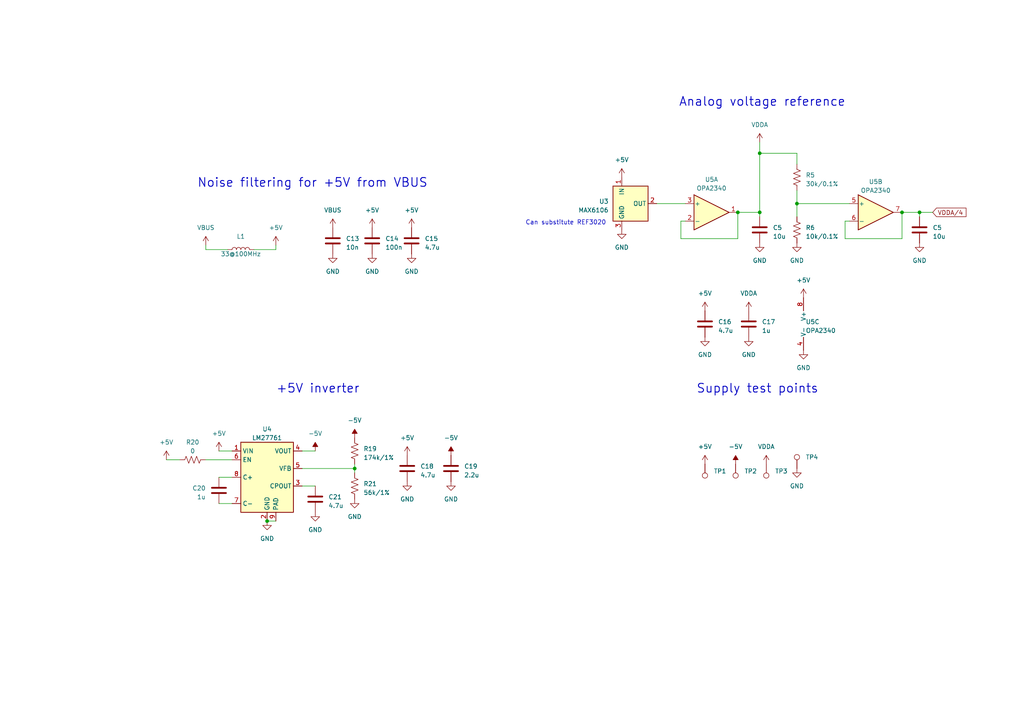
<source format=kicad_sch>
(kicad_sch (version 20230121) (generator eeschema)
  (paper "A4")
  (title_block (title "DSP PAW add-on board") (date "2023-09-04") (rev "2") (company "bitgloo") (comment 1 "Released under the CERN Open Hardware Licence Version 2 - Strongly Reciprocal"))
  (lib_symbols
    (symbol "Amplifier_Operational:OPA2340" (pin_names (offset 0.127))
      (property "Reference" "U" (at 0 5.08 0))
      (property "Value" "OPA2340" (at 0 -5.08 0))
      (symbol "OPA2340_1_1"
        (polyline (pts (xy -5.08 5.08) (xy 5.08 0) (xy -5.08 -5.08) (xy -5.08 5.08)) (stroke (width 0.254)) (fill (type background)))
        (pin output line (at 7.62 0 180) (length 2.54) (name "~") (number "1"))
        (pin input line (at -7.62 -2.54 0) (length 2.54) (name "-") (number "2"))
        (pin input line (at -7.62 2.54 0) (length 2.54) (name "+") (number "3"))
      )
      (symbol "OPA2340_2_1"
        (polyline (pts (xy -5.08 5.08) (xy 5.08 0) (xy -5.08 -5.08) (xy -5.08 5.08)) (stroke (width 0.254)) (fill (type background)))
        (pin input line (at -7.62 2.54 0) (length 2.54) (name "+") (number "5"))
        (pin input line (at -7.62 -2.54 0) (length 2.54) (name "-") (number "6"))
        (pin output line (at 7.62 0 180) (length 2.54) (name "~") (number "7"))
      )
      (symbol "OPA2340_3_1"
        (pin power_in line (at -2.54 -7.62 90) (length 3.81) (name "V-") (number "4"))
        (pin power_in line (at -2.54 7.62 270) (length 3.81) (name "V+") (number "8"))
      )
    )
    (symbol "Connector:TestPoint" (pin_numbers hide) (pin_names (offset 0.762) hide)
      (property "Reference" "TP" (at 0 6.858 0))
      (property "Value" "TestPoint" (at 0 5.08 0))
      (symbol "TestPoint_0_1"
        (circle (center 0 3.302) (radius 0.762))
      )
      (symbol "TestPoint_1_1"
        (pin passive line (at 0 0 90) (length 2.54) (name "1") (number "1"))
      )
    )
    (symbol "Device:C" (pin_numbers hide) (pin_names (offset 0.254))
      (property "Reference" "C" (at 0.635 2.54 0))
      (property "Value" "C" (at 0.635 -2.54 0))
      (symbol "C_0_1"
        (polyline (pts (xy -2.032 -0.762) (xy 2.032 -0.762)) (stroke (width 0.508)))
        (polyline (pts (xy -2.032 0.762) (xy 2.032 0.762)) (stroke (width 0.508)))
      )
      (symbol "C_1_1"
        (pin passive line (at 0 3.81 270) (length 2.794) (name "~") (number "1"))
        (pin passive line (at 0 -3.81 90) (length 2.794) (name "~") (number "2"))
      )
    )
    (symbol "Device:L" (pin_numbers hide) (pin_names (offset 1.016) hide)
      (property "Reference" "L" (at -1.27 0 90))
      (property "Value" "L" (at 1.905 0 90))
      (symbol "L_0_1"
        (arc (start 0 -2.54) (mid 0.6323 -1.905) (end 0 -1.27))
        (arc (start 0 -1.27) (mid 0.6323 -0.635) (end 0 0))
        (arc (start 0 0) (mid 0.6323 0.635) (end 0 1.27))
        (arc (start 0 1.27) (mid 0.6323 1.905) (end 0 2.54))
      )
      (symbol "L_1_1"
        (pin passive line (at 0 3.81 270) (length 1.27) (name "1") (number "1"))
        (pin passive line (at 0 -3.81 90) (length 1.27) (name "2") (number "2"))
      )
    )
    (symbol "Device:R_US" (pin_numbers hide) (pin_names (offset 0))
      (property "Reference" "R" (at 2.54 0 90))
      (property "Value" "R_US" (at -2.54 0 90))
      (symbol "R_US_0_1"
        (polyline (pts (xy 0 -2.286) (xy 0 -2.54)))
        (polyline (pts (xy 0 2.286) (xy 0 2.54)))
        (polyline (pts (xy 0 -0.762) (xy 1.016 -1.143) (xy 0 -1.524) (xy -1.016 -1.905) (xy 0 -2.286)))
        (polyline (pts (xy 0 0.762) (xy 1.016 0.381) (xy 0 0) (xy -1.016 -0.381) (xy 0 -0.762)))
        (polyline (pts (xy 0 2.286) (xy 1.016 1.905) (xy 0 1.524) (xy -1.016 1.143) (xy 0 0.762)))
      )
      (symbol "R_US_1_1"
        (pin passive line (at 0 3.81 270) (length 1.27) (name "~") (number "1"))
        (pin passive line (at 0 -3.81 90) (length 1.27) (name "~") (number "2"))
      )
    )
    (symbol "Reference_Voltage:MAX6106"
      (property "Reference" "U" (at 0 6.35 0))
      (property "Value" "MAX6106" (at 2.54 -6.35 0))
      (symbol "MAX6106_0_1"
        (rectangle (start -5.08 5.08) (end 5.08 -5.08) (stroke (width 0.254)) (fill (type background)))
      )
      (symbol "MAX6106_1_1"
        (pin power_in line (at -2.54 7.62 270) (length 2.54) (name "IN") (number "1"))
        (pin power_out line (at 7.62 0 180) (length 2.54) (name "OUT") (number "2"))
        (pin power_in line (at -2.54 -7.62 90) (length 2.54) (name "GND") (number "3"))
      )
    )
    (symbol "Regulator_SwitchedCapacitor:LM27761"
      (property "Reference" "U" (at -6.35 11.43 0))
      (property "Value" "LM27761" (at 3.302 11.43 0))
      (symbol "LM27761_0_1"
        (rectangle (start -7.62 10.16) (end 7.62 -10.16) (stroke (width 0.254)) (fill (type background)))
      )
      (symbol "LM27761_1_1"
        (pin power_in line (at -10.16 7.62 0) (length 2.54) (name "VIN") (number "1"))
        (pin power_in line (at 0 -12.7 90) (length 2.54) (name "GND") (number "2"))
        (pin power_out line (at 10.16 -2.54 180) (length 2.54) (name "CPOUT") (number "3"))
        (pin power_out line (at 10.16 7.62 180) (length 2.54) (name "VOUT") (number "4"))
        (pin input line (at 10.16 2.54 180) (length 2.54) (name "VFB") (number "5"))
        (pin input line (at -10.16 5.08 0) (length 2.54) (name "EN") (number "6"))
        (pin passive line (at -10.16 -7.62 0) (length 2.54) (name "C-") (number "7"))
        (pin passive line (at -10.16 0 0) (length 2.54) (name "C+") (number "8"))
        (pin power_in line (at 2.54 -12.7 90) (length 2.54) (name "PAD") (number "9"))
      )
    )
    (symbol "power:+5V" (power) (pin_names (offset 0))
      (property "Value" "+5V" (at 0 3.556 0))
      (symbol "+5V_0_1"
        (polyline (pts (xy -0.762 1.27) (xy 0 2.54)))
        (polyline (pts (xy 0 0) (xy 0 2.54)))
        (polyline (pts (xy 0 2.54) (xy 0.762 1.27)))
      )
      (symbol "+5V_1_1"
        (pin power_in line (at 0 0 90) (length 0) hide (name "+5V") (number "1"))
      )
    )
    (symbol "power:-5V" (power) (pin_names (offset 0))
      (property "Value" "-5V" (at 0 3.81 0))
      (symbol "-5V_0_0"
        (pin power_in line (at 0 0 90) (length 0) hide (name "-5V") (number "1"))
      )
      (symbol "-5V_0_1"
        (polyline (pts (xy 0 0) (xy 0 1.27) (xy 0.762 1.27) (xy 0 2.54) (xy -0.762 1.27) (xy 0 1.27)) (fill (type outline)))
      )
    )
    (symbol "power:GND" (power) (pin_names (offset 0))
      (property "Value" "GND" (at 0 -3.81 0))
      (symbol "GND_0_1"
        (polyline (pts (xy 0 0) (xy 0 -1.27) (xy 1.27 -1.27) (xy 0 -2.54) (xy -1.27 -1.27) (xy 0 -1.27)))
      )
      (symbol "GND_1_1"
        (pin power_in line (at 0 0 270) (length 0) hide (name "GND") (number "1"))
      )
    )
    (symbol "power:VBUS" (power) (pin_names (offset 0))
      (property "Value" "VBUS" (at 0 3.81 0))
      (symbol "VBUS_0_1"
        (polyline (pts (xy -0.762 1.27) (xy 0 2.54)))
        (polyline (pts (xy 0 0) (xy 0 2.54)))
        (polyline (pts (xy 0 2.54) (xy 0.762 1.27)))
      )
      (symbol "VBUS_1_1"
        (pin power_in line (at 0 0 90) (length 0) hide (name "VBUS") (number "1"))
      )
    )
    (symbol "power:VDDA" (power) (pin_names (offset 0))
      (property "Value" "VDDA" (at 0 3.81 0))
      (symbol "VDDA_0_1"
        (polyline (pts (xy -0.762 1.27) (xy 0 2.54)))
        (polyline (pts (xy 0 0) (xy 0 2.54)))
        (polyline (pts (xy 0 2.54) (xy 0.762 1.27)))
      )
      (symbol "VDDA_1_1"
        (pin power_in line (at 0 0 90) (length 0) hide (name "VDDA") (number "1"))
      )
    )
  )
  (junction (at 266.7 61.595))
  (junction (at 102.87 135.89))
  (junction (at 261.62 61.595))
  (junction (at 220.345 44.45))
  (junction (at 213.995 61.595))
  (junction (at 231.14 59.055))
  (junction (at 220.345 61.595))
  (junction (at 77.47 151.13))
  (wire (pts (xy 245.11 64.135) (xy 245.11 69.215)))
  (wire (pts (xy 87.63 130.81) (xy 91.44 130.81)))
  (wire (pts (xy 231.14 55.245) (xy 231.14 59.055)))
  (wire (pts (xy 59.69 71.12) (xy 59.69 72.39)))
  (wire (pts (xy 59.69 133.35) (xy 67.31 133.35)))
  (wire (pts (xy 220.345 61.595) (xy 220.345 44.45)))
  (wire (pts (xy 102.87 135.89) (xy 102.87 137.16)))
  (wire (pts (xy 102.87 135.89) (xy 102.87 134.62)))
  (wire (pts (xy 48.26 133.35) (xy 52.07 133.35)))
  (wire (pts (xy 261.62 61.595) (xy 266.7 61.595)))
  (wire (pts (xy 80.01 71.12) (xy 80.01 72.39)))
  (wire (pts (xy 266.7 62.865) (xy 266.7 61.595)))
  (wire (pts (xy 231.14 59.055) (xy 246.38 59.055)))
  (wire (pts (xy 87.63 135.89) (xy 102.87 135.89)))
  (wire (pts (xy 266.7 61.595) (xy 270.51 61.595)))
  (wire (pts (xy 220.345 44.45) (xy 231.14 44.45)))
  (wire (pts (xy 245.11 69.215) (xy 261.62 69.215)))
  (wire (pts (xy 231.14 59.055) (xy 231.14 62.865)))
  (wire (pts (xy 63.5 138.43) (xy 67.31 138.43)))
  (wire (pts (xy 63.5 130.81) (xy 67.31 130.81)))
  (wire (pts (xy 190.5 59.055) (xy 198.755 59.055)))
  (wire (pts (xy 261.62 69.215) (xy 261.62 61.595)))
  (wire (pts (xy 220.345 61.595) (xy 220.345 62.865)))
  (wire (pts (xy 63.5 146.05) (xy 67.31 146.05)))
  (wire (pts (xy 59.69 72.39) (xy 66.04 72.39)))
  (wire (pts (xy 246.38 64.135) (xy 245.11 64.135)))
  (wire (pts (xy 231.14 44.45) (xy 231.14 47.625)))
  (wire (pts (xy 197.485 69.215) (xy 213.995 69.215)))
  (wire (pts (xy 87.63 140.97) (xy 91.44 140.97)))
  (wire (pts (xy 213.995 69.215) (xy 213.995 61.595)))
  (wire (pts (xy 213.995 61.595) (xy 220.345 61.595)))
  (wire (pts (xy 73.66 72.39) (xy 80.01 72.39)))
  (wire (pts (xy 77.47 151.13) (xy 80.01 151.13)))
  (wire (pts (xy 198.755 64.135) (xy 197.485 64.135)))
  (wire (pts (xy 220.345 41.275) (xy 220.345 44.45)))
  (wire (pts (xy 197.485 64.135) (xy 197.485 69.215)))
  (text "Analog voltage reference" (at 196.85 31.115 0) (effects (font (size 2.54 2.54) (thickness 0.254) bold) (justify left bottom)))
  (text "+5V inverter" (at 80.01 114.3 0) (effects (font (size 2.54 2.54) (thickness 0.254) bold) (justify left bottom)))
  (text "Supply test points" (at 201.93 114.3 0) (effects (font (size 2.54 2.54) (thickness 0.254) bold) (justify left bottom)))
  (text "Can substitute REF3020" (at 152.4 65.405 0) (effects (font (size 1.27 1.27)) (justify left bottom)))
  (text "Noise filtering for +5V from VBUS" (at 57.15 54.61 0) (effects (font (size 2.54 2.54) (thickness 0.254) bold) (justify left bottom)))
  (global_label "VDDA{slash}4" (shape input) (at 270.51 61.595 0) (property "Intersheetrefs" "${INTERSHEET_REFS}" (effects hide)))
  (symbol (lib_id "power:GND") (at 231.14 135.89 0) (unit 1)
    (property "Reference" "#PWR014" (effects hide))
    (property "Value" "GND" (at 231.14 140.97 0))
    (instances (project "stmdsp_rev3" (path "" (reference "#PWR014") (unit 1))) (project "DSP PAW add-on board" (path "" (reference "#PWR034") (unit 1)) (path "" (reference "#PWR040") (unit 1))))
  )
  (symbol (lib_id "power:-5V") (at 102.87 127 0) (unit 1)
    (property "Reference" "#PWR012" (effects hide))
    (property "Value" "-5V" (at 102.87 121.92 0))
    (instances (project "stmdsp_rev3" (path "" (reference "#PWR012") (unit 1))) (project "DSP PAW add-on board" (path "" (reference "#PWR032") (unit 1)) (path "" (reference "#PWR031") (unit 1))))
  )
  (symbol (lib_id "Connector:TestPoint") (at 204.47 134.62 180) (unit 1)
    (property "Reference" "TP1" (at 207.01 136.6519 0) (effects (justify right)))
    (property "Value" "TestPoint" (effects hide))
    (property "Footprint" "TestPoint:TestPoint_Pad_D1.0mm" (effects hide))
    (property "DNP" "T" (effects hide))
  )
  (symbol (lib_id "power:GND") (at 220.345 70.485 0) (unit 1)
    (property "Reference" "#PWR05" (effects hide))
    (property "Value" "GND" (at 220.345 75.565 0))
    (instances (project "DSP PAW add-on board" (path "" (reference "#PWR05") (unit 1)) (path "" (reference "#PWR010") (unit 1)) (path "" (reference "#PWR04") (unit 1))))
  )
  (symbol (lib_id "Device:C") (at 118.11 135.89 0) (unit 1)
    (property "Reference" "C18" (at 121.92 135.255 0) (effects (justify left)))
    (property "Value" "4.7u" (at 121.92 137.795 0) (effects (justify left)))
    (property "Footprint" "Capacitor_SMD:C_0603_1608Metric" (effects hide))
    (property "Part Number" "CL10A475KP8NNNC" (effects hide))
  )
  (symbol (lib_id "power:+5V") (at 63.5 130.81 0) (unit 1)
    (property "Reference" "#PWR011" (effects hide))
    (property "Value" "+5V" (at 63.5 125.73 0))
    (instances (project "stmdsp_rev3" (path "" (reference "#PWR011") (unit 1))) (project "DSP PAW add-on board" (path "" (reference "#PWR030") (unit 1)) (path "" (reference "#PWR032") (unit 1))))
  )
  (symbol (lib_id "power:+5V") (at 48.26 133.35 0) (unit 1)
    (property "Reference" "#PWR011" (effects hide))
    (property "Value" "+5V" (at 48.26 128.27 0))
    (instances (project "stmdsp_rev3" (path "" (reference "#PWR011") (unit 1))) (project "DSP PAW add-on board" (path "" (reference "#PWR030") (unit 1)) (path "" (reference "#PWR036") (unit 1))))
  )
  (symbol (lib_id "Device:C") (at 63.5 142.24 0) (mirror y) (unit 1)
    (property "Reference" "C20" (at 59.69 141.605 0) (effects (justify left)))
    (property "Value" "1u" (at 59.69 144.145 0) (effects (justify left)))
    (property "Footprint" "Capacitor_SMD:C_0603_1608Metric" (effects hide))
    (property "Part Number" "CL10B105KP8NNNC" (effects hide))
  )
  (symbol (lib_id "Connector:TestPoint") (at 231.14 135.89 0) (unit 1)
    (property "Reference" "TP4" (at 233.68 132.5879 0) (effects (justify left)))
    (property "Value" "TestPoint" (effects hide))
    (property "Footprint" "TestPoint:TestPoint_Pad_D1.0mm" (effects hide))
    (property "DNP" "T" (effects hide))
  )
  (symbol (lib_id "Device:C") (at 217.17 93.98 0) (unit 1)
    (property "Reference" "C17" (at 220.98 93.345 0) (effects (justify left)))
    (property "Value" "1u" (at 220.98 95.885 0) (effects (justify left)))
    (property "Footprint" "Capacitor_SMD:C_0603_1608Metric" (effects hide))
    (property "Part Number" "CL10B105KP8NNNC" (effects hide))
  )
  (symbol (lib_id "Reference_Voltage:MAX6106") (at 182.88 59.055 0) (unit 1)
    (property "Reference" "U3" (at 176.53 58.42 0) (effects (justify right)))
    (property "Value" "MAX6106" (at 176.53 60.96 0) (effects (justify right)))
    (property "Footprint" "Package_TO_SOT_SMD:SOT-23" (effects hide))
    (property "Datasheet" "http://datasheets.maximintegrated.com/en/ds/MAX6100-MAX6107.pdf" (effects hide))
    (property "Part Number" "REF3020AIDBZR" (effects hide))
  )
  (symbol (lib_id "power:GND") (at 233.045 101.6 0) (unit 1)
    (property "Reference" "#PWR014" (effects hide))
    (property "Value" "GND" (at 233.045 106.68 0))
    (instances (project "stmdsp_rev3" (path "" (reference "#PWR014") (unit 1))) (project "DSP PAW add-on board" (path "" (reference "#PWR034") (unit 1)) (path "" (reference "#PWR053") (unit 1))))
  )
  (symbol (lib_id "power:GND") (at 119.38 73.66 0) (unit 1)
    (property "Reference" "#PWR038" (effects hide))
    (property "Value" "GND" (at 119.38 78.74 0))
    (instances (project "stmdsp_rev3" (path "" (reference "#PWR038") (unit 1))) (project "DSP PAW add-on board" (path "" (reference "#PWR060") (unit 1)) (path "" (reference "#PWR027") (unit 1))))
  )
  (symbol (lib_id "Amplifier_Operational:OPA2340") (at 235.585 93.98 0) (unit 3)
    (property "Reference" "U5" (at 233.68 93.345 0) (effects (justify left)))
    (property "Value" "OPA2340" (at 233.68 95.885 0) (effects (justify left)))
    (property "Footprint" "Package_SO:TSSOP-8_3x3mm_P0.65mm" (effects hide))
    (property "Datasheet" "http://www.ti.com/lit/ds/symlink/opa4340.pdf" (effects hide))
    (property "Part Number" "OPA2310IDGKR" (effects hide))
  )
  (symbol (lib_id "power:GND") (at 77.47 151.13 0) (unit 1)
    (property "Reference" "#PWR014" (effects hide))
    (property "Value" "GND" (at 77.47 156.21 0))
    (instances (project "stmdsp_rev3" (path "" (reference "#PWR014") (unit 1))) (project "DSP PAW add-on board" (path "" (reference "#PWR034") (unit 1)) (path "" (reference "#PWR045") (unit 1))))
  )
  (symbol (lib_id "Device:R_US") (at 102.87 130.81 0) (unit 1)
    (property "Reference" "R19" (at 105.41 130.175 0) (effects (justify left)))
    (property "Value" "174k/1%" (at 105.41 132.715 0) (effects (justify left)))
    (property "Footprint" "Resistor_SMD:R_0603_1608Metric" (effects hide))
    (property "Part Number" "RMCF0603FT174K" (effects hide))
  )
  (symbol (lib_id "Device:C") (at 91.44 144.78 0) (unit 1)
    (property "Reference" "C21" (at 95.25 144.145 0) (effects (justify left)))
    (property "Value" "4.7u" (at 95.25 146.685 0) (effects (justify left)))
    (property "Footprint" "Capacitor_SMD:C_0603_1608Metric" (effects hide))
    (property "Part Number" "CL10A475KP8NNNC" (effects hide))
  )
  (symbol (lib_id "power:VDDA") (at 222.25 134.62 0) (unit 1)
    (property "Reference" "#PWR013" (effects hide))
    (property "Value" "VDDA" (at 222.25 129.54 0))
    (instances (project "stmdsp_rev3" (path "" (reference "#PWR013") (unit 1))) (project "DSP PAW add-on board" (path "" (reference "#PWR033") (unit 1)) (path "" (reference "#PWR039") (unit 1))))
  )
  (symbol (lib_id "Connector:TestPoint") (at 213.36 134.62 180) (unit 1)
    (property "Reference" "TP2" (at 215.9 136.6519 0) (effects (justify right)))
    (property "Value" "TestPoint" (effects hide))
    (property "Footprint" "TestPoint:TestPoint_Pad_D1.0mm" (effects hide))
    (property "DNP" "T" (effects hide))
  )
  (symbol (lib_id "Device:C") (at 130.81 135.89 0) (unit 1)
    (property "Reference" "C19" (at 134.62 135.255 0) (effects (justify left)))
    (property "Value" "2.2u" (at 134.62 137.795 0) (effects (justify left)))
    (property "Footprint" "Capacitor_SMD:C_0603_1608Metric" (effects hide))
    (property "Part Number" "CL10B225KP8NNNC" (effects hide))
  )
  (symbol (lib_id "power:+5V") (at 80.01 71.12 0) (unit 1)
    (property "Reference" "#PWR033" (effects hide))
    (property "Value" "+5V" (at 80.01 66.04 0))
    (instances (project "stmdsp_rev3" (path "" (reference "#PWR033") (unit 1))) (project "DSP PAW add-on board" (path "" (reference "#PWR045") (unit 1)) (path "" (reference "#PWR023") (unit 1))))
  )
  (symbol (lib_id "power:GND") (at 96.52 73.66 0) (unit 1)
    (property "Reference" "#PWR038" (effects hide))
    (property "Value" "GND" (at 96.52 78.74 0))
    (instances (project "stmdsp_rev3" (path "" (reference "#PWR038") (unit 1))) (project "DSP PAW add-on board" (path "" (reference "#PWR058") (unit 1)) (path "" (reference "#PWR025") (unit 1))))
  )
  (symbol (lib_id "Device:R_US") (at 231.14 51.435 180) (unit 1)
    (property "Reference" "R5" (at 233.68 50.8 0) (effects (justify right)))
    (property "Value" "30k/0.1%" (at 233.68 53.34 0) (effects (justify right)))
    (property "Footprint" "Resistor_SMD:R_0603_1608Metric" (effects hide))
    (instances (project "DSP PAW add-on board" (path "" (reference "R5") (unit 1)) (path "" (reference "R7") (unit 1)) (path "" (reference "R7") (unit 1))))
  )
  (symbol (lib_id "Device:R_US") (at 231.14 66.675 180) (unit 1)
    (property "Reference" "R6" (at 233.68 66.04 0) (effects (justify right)))
    (property "Value" "10k/0.1%" (at 233.68 68.58 0) (effects (justify right)))
    (property "Footprint" "Resistor_SMD:R_0603_1608Metric" (effects hide))
    (property "Part Number" "RN73R1JTTD1002B25" (effects hide))
    (instances (project "DSP PAW add-on board" (path "" (reference "R6") (unit 1)) (path "" (reference "R11") (unit 1)) (path "" (reference "R11") (unit 1))))
  )
  (symbol (lib_id "power:+5V") (at 204.47 90.17 0) (unit 1)
    (property "Reference" "#PWR011" (effects hide))
    (property "Value" "+5V" (at 204.47 85.09 0))
    (instances (project "stmdsp_rev3" (path "" (reference "#PWR011") (unit 1))) (project "DSP PAW add-on board" (path "" (reference "#PWR030") (unit 1)) (path "" (reference "#PWR020") (unit 1))))
  )
  (symbol (lib_id "Device:R_US") (at 55.88 133.35 90) (unit 1)
    (property "Reference" "R20" (at 55.88 128.27 90))
    (property "Value" "0" (at 55.88 130.81 90))
    (property "Footprint" "Resistor_SMD:R_0603_1608Metric" (effects hide))
    (property "Part Number" "RMCF0603ZT0R00" (effects hide))
  )
  (symbol (lib_id "power:+5V") (at 118.11 132.08 0) (unit 1)
    (property "Reference" "#PWR011" (effects hide))
    (property "Value" "+5V" (at 118.11 127 0))
    (instances (project "stmdsp_rev3" (path "" (reference "#PWR011") (unit 1))) (project "DSP PAW add-on board" (path "" (reference "#PWR030") (unit 1)) (path "" (reference "#PWR034") (unit 1))))
  )
  (symbol (lib_id "Device:C") (at 204.47 93.98 0) (unit 1)
    (property "Reference" "C16" (at 208.28 93.345 0) (effects (justify left)))
    (property "Value" "4.7u" (at 208.28 95.885 0) (effects (justify left)))
    (property "Footprint" "Capacitor_SMD:C_0603_1608Metric" (effects hide))
    (property "Part Number" "CL10A475KP8NNNC" (effects hide))
  )
  (symbol (lib_id "power:VDDA") (at 220.345 41.275 0) (unit 1)
    (property "Reference" "#PWR013" (effects hide))
    (property "Value" "VDDA" (at 220.345 36.195 0))
    (instances (project "stmdsp_rev3" (path "" (reference "#PWR013") (unit 1))) (project "DSP PAW add-on board" (path "" (reference "#PWR033") (unit 1)) (path "" (reference "#PWR024") (unit 1))))
  )
  (symbol (lib_id "Connector:TestPoint") (at 222.25 134.62 180) (unit 1)
    (property "Reference" "TP3" (at 224.79 136.6519 0) (effects (justify right)))
    (property "Value" "TestPoint" (effects hide))
    (property "Footprint" "TestPoint:TestPoint_Pad_D1.0mm" (effects hide))
    (property "DNP" "T" (effects hide))
  )
  (symbol (lib_id "Device:C") (at 266.7 66.675 180) (unit 1)
    (property "Reference" "C5" (at 270.51 66.04 0) (effects (justify right)))
    (property "Value" "10u" (at 270.51 68.58 0) (effects (justify right)))
    (property "Footprint" "Capacitor_SMD:C_0805_2012Metric" (effects hide))
    (property "Part Number" "CL21A106KOQNNNE" (effects hide))
    (instances (project "DSP PAW add-on board" (path "" (reference "C5") (unit 1)) (path "" (reference "C6") (unit 1)) (path "" (reference "C24") (unit 1))))
  )
  (symbol (lib_id "Device:C") (at 119.38 69.85 0) (unit 1)
    (property "Reference" "C15" (at 123.19 69.215 0) (effects (justify left)))
    (property "Value" "4.7u" (at 123.19 71.755 0) (effects (justify left)))
    (property "Footprint" "Capacitor_SMD:C_0603_1608Metric" (effects hide))
    (property "Part Number" "CL10A475KP8NNNC" (effects hide))
  )
  (symbol (lib_id "Amplifier_Operational:OPA2340") (at 206.375 61.595 0) (unit 1)
    (property "Reference" "U5" (at 206.375 52.07 0))
    (property "Value" "OPA2340" (at 206.375 54.61 0))
    (property "Footprint" "Package_SO:TSSOP-8_3x3mm_P0.65mm" (effects hide))
    (property "Datasheet" "http://www.ti.com/lit/ds/symlink/opa4340.pdf" (effects hide))
    (property "Part Number" "OPA2310IDGKR" (effects hide))
  )
  (symbol (lib_id "Device:R_US") (at 102.87 140.97 0) (unit 1)
    (property "Reference" "R21" (at 105.41 140.335 0) (effects (justify left)))
    (property "Value" "56k/1%" (at 105.41 142.875 0) (effects (justify left)))
    (property "Footprint" "Resistor_SMD:R_0603_1608Metric" (effects hide))
    (property "Part Number" "RMCF0603FT56K0" (effects hide))
  )
  (symbol (lib_id "Device:C") (at 107.95 69.85 0) (unit 1)
    (property "Reference" "C14" (at 111.76 69.215 0) (effects (justify left)))
    (property "Value" "100n" (at 111.76 71.755 0) (effects (justify left)))
    (property "Footprint" "Capacitor_SMD:C_0603_1608Metric" (effects hide))
    (property "Part Number" "CL10B104KB8NNWC" (effects hide))
  )
  (symbol (lib_id "Regulator_SwitchedCapacitor:LM27761") (at 77.47 138.43 0) (unit 1)
    (property "Reference" "U4" (at 77.47 124.46 0))
    (property "Value" "LM27761" (at 77.47 127 0))
    (property "Footprint" "Package_SON:WSON-8-1EP_2x2mm_P0.5mm_EP0.9x1.6mm" (effects hide))
    (property "Datasheet" "http://www.ti.com/lit/ds/symlink/lm27761.pdf" (effects hide))
    (property "Part Number" "LM27761DSGR" (effects hide))
  )
  (symbol (lib_id "power:-5V") (at 130.81 132.08 0) (unit 1)
    (property "Reference" "#PWR012" (effects hide))
    (property "Value" "-5V" (at 130.81 127 0))
    (instances (project "stmdsp_rev3" (path "" (reference "#PWR012") (unit 1))) (project "DSP PAW add-on board" (path "" (reference "#PWR032") (unit 1)) (path "" (reference "#PWR035") (unit 1))))
  )
  (symbol (lib_id "power:+5V") (at 119.38 66.04 0) (unit 1)
    (property "Reference" "#PWR033" (effects hide))
    (property "Value" "+5V" (at 119.38 60.96 0))
    (instances (project "stmdsp_rev3" (path "" (reference "#PWR033") (unit 1))) (project "DSP PAW add-on board" (path "" (reference "#PWR063") (unit 1)) (path "" (reference "#PWR019") (unit 1))))
  )
  (symbol (lib_id "power:GND") (at 91.44 148.59 0) (unit 1)
    (property "Reference" "#PWR014" (effects hide))
    (property "Value" "GND" (at 91.44 153.67 0))
    (instances (project "stmdsp_rev3" (path "" (reference "#PWR014") (unit 1))) (project "DSP PAW add-on board" (path "" (reference "#PWR034") (unit 1)) (path "" (reference "#PWR044") (unit 1))))
  )
  (symbol (lib_id "power:GND") (at 130.81 139.7 0) (unit 1)
    (property "Reference" "#PWR014" (effects hide))
    (property "Value" "GND" (at 130.81 144.78 0))
    (instances (project "stmdsp_rev3" (path "" (reference "#PWR014") (unit 1))) (project "DSP PAW add-on board" (path "" (reference "#PWR034") (unit 1)) (path "" (reference "#PWR042") (unit 1))))
  )
  (symbol (lib_id "power:VBUS") (at 96.52 66.04 0) (unit 1)
    (property "Reference" "#PWR061" (effects hide))
    (property "Value" "VBUS" (at 96.52 60.96 0))
    (instances (project "DSP PAW add-on board" (path "" (reference "#PWR061") (unit 1)) (path "" (reference "#PWR047") (unit 1))))
  )
  (symbol (lib_id "Device:C") (at 220.345 66.675 180) (unit 1)
    (property "Reference" "C5" (at 224.155 66.04 0) (effects (justify right)))
    (property "Value" "10u" (at 224.155 68.58 0) (effects (justify right)))
    (property "Footprint" "Capacitor_SMD:C_0805_2012Metric" (effects hide))
    (property "Part Number" "CL21A106KOQNNNE" (effects hide))
    (instances (project "DSP PAW add-on board" (path "" (reference "C5") (unit 1)) (path "" (reference "C6") (unit 1)) (path "" (reference "C23") (unit 1))))
  )
  (symbol (lib_id "power:GND") (at 266.7 70.485 0) (unit 1)
    (property "Reference" "#PWR05" (effects hide))
    (property "Value" "GND" (at 266.7 75.565 0))
    (instances (project "DSP PAW add-on board" (path "" (reference "#PWR05") (unit 1)) (path "" (reference "#PWR010") (unit 1)) (path "" (reference "#PWR017") (unit 1))))
  )
  (symbol (lib_id "power:+5V") (at 180.34 51.435 0) (unit 1)
    (property "Reference" "#PWR011" (effects hide))
    (property "Value" "+5V" (at 180.34 46.355 0))
    (instances (project "stmdsp_rev3" (path "" (reference "#PWR011") (unit 1))) (project "DSP PAW add-on board" (path "" (reference "#PWR030") (unit 1)) (path "" (reference "#PWR016") (unit 1))))
  )
  (symbol (lib_id "power:GND") (at 180.34 66.675 0) (unit 1)
    (property "Reference" "#PWR014" (effects hide))
    (property "Value" "GND" (at 180.34 71.755 0))
    (instances (project "stmdsp_rev3" (path "" (reference "#PWR014") (unit 1))) (project "DSP PAW add-on board" (path "" (reference "#PWR034") (unit 1)) (path "" (reference "#PWR030") (unit 1))))
  )
  (symbol (lib_id "power:+5V") (at 204.47 134.62 0) (unit 1)
    (property "Reference" "#PWR011" (effects hide))
    (property "Value" "+5V" (at 204.47 129.54 0))
    (instances (project "stmdsp_rev3" (path "" (reference "#PWR011") (unit 1))) (project "DSP PAW add-on board" (path "" (reference "#PWR030") (unit 1)) (path "" (reference "#PWR037") (unit 1))))
  )
  (symbol (lib_id "power:GND") (at 102.87 144.78 0) (unit 1)
    (property "Reference" "#PWR014" (effects hide))
    (property "Value" "GND" (at 102.87 149.86 0))
    (instances (project "stmdsp_rev3" (path "" (reference "#PWR014") (unit 1))) (project "DSP PAW add-on board" (path "" (reference "#PWR034") (unit 1)) (path "" (reference "#PWR043") (unit 1))))
  )
  (symbol (lib_id "power:GND") (at 118.11 139.7 0) (unit 1)
    (property "Reference" "#PWR014" (effects hide))
    (property "Value" "GND" (at 118.11 144.78 0))
    (instances (project "stmdsp_rev3" (path "" (reference "#PWR014") (unit 1))) (project "DSP PAW add-on board" (path "" (reference "#PWR034") (unit 1)) (path "" (reference "#PWR041") (unit 1))))
  )
  (symbol (lib_id "power:+5V") (at 233.045 86.36 0) (unit 1)
    (property "Reference" "#PWR011" (effects hide))
    (property "Value" "+5V" (at 233.045 81.28 0))
    (instances (project "stmdsp_rev3" (path "" (reference "#PWR011") (unit 1))) (project "DSP PAW add-on board" (path "" (reference "#PWR030") (unit 1)) (path "" (reference "#PWR022") (unit 1))))
  )
  (symbol (lib_id "power:GND") (at 217.17 97.79 0) (unit 1)
    (property "Reference" "#PWR014" (effects hide))
    (property "Value" "GND" (at 217.17 102.87 0))
    (instances (project "stmdsp_rev3" (path "" (reference "#PWR014") (unit 1))) (project "DSP PAW add-on board" (path "" (reference "#PWR034") (unit 1)) (path "" (reference "#PWR029") (unit 1))))
  )
  (symbol (lib_id "Device:L") (at 69.85 72.39 90) (unit 1)
    (property "Reference" "L1" (at 69.85 68.58 90))
    (property "Value" "33@100MHz" (at 69.85 73.66 90))
    (property "Footprint" "Inductor_SMD:L_0603_1608Metric" (effects hide))
    (property "Part Number" "BLM18PG330SN1D" (effects hide))
  )
  (symbol (lib_id "Amplifier_Operational:OPA2340") (at 254 61.595 0) (unit 2)
    (property "Reference" "U5" (at 254 52.705 0))
    (property "Value" "OPA2340" (at 254 55.245 0))
    (property "Footprint" "Package_SO:TSSOP-8_3x3mm_P0.65mm" (effects hide))
    (property "Datasheet" "http://www.ti.com/lit/ds/symlink/opa4340.pdf" (effects hide))
    (property "Part Number" "OPA2310IDGKR" (effects hide))
  )
  (symbol (lib_id "power:GND") (at 231.14 70.485 0) (unit 1)
    (property "Reference" "#PWR05" (effects hide))
    (property "Value" "GND" (at 231.14 75.565 0))
    (instances (project "DSP PAW add-on board" (path "" (reference "#PWR05") (unit 1)) (path "" (reference "#PWR010") (unit 1)) (path "" (reference "#PWR010") (unit 1))))
  )
  (symbol (lib_id "power:VDDA") (at 217.17 90.17 0) (unit 1)
    (property "Reference" "#PWR013" (effects hide))
    (property "Value" "VDDA" (at 217.17 85.09 0))
    (instances (project "stmdsp_rev3" (path "" (reference "#PWR013") (unit 1))) (project "DSP PAW add-on board" (path "" (reference "#PWR033") (unit 1)) (path "" (reference "#PWR021") (unit 1))))
  )
  (symbol (lib_id "power:-5V") (at 91.44 130.81 0) (unit 1)
    (property "Reference" "#PWR012" (effects hide))
    (property "Value" "-5V" (at 91.44 125.73 0))
    (instances (project "stmdsp_rev3" (path "" (reference "#PWR012") (unit 1))) (project "DSP PAW add-on board" (path "" (reference "#PWR032") (unit 1)) (path "" (reference "#PWR033") (unit 1))))
  )
  (symbol (lib_id "power:+5V") (at 107.95 66.04 0) (unit 1)
    (property "Reference" "#PWR033" (effects hide))
    (property "Value" "+5V" (at 107.95 60.96 0))
    (instances (project "stmdsp_rev3" (path "" (reference "#PWR033") (unit 1))) (project "DSP PAW add-on board" (path "" (reference "#PWR062") (unit 1)) (path "" (reference "#PWR018") (unit 1))))
  )
  (symbol (lib_id "Device:C") (at 96.52 69.85 0) (unit 1)
    (property "Reference" "C13" (at 100.33 69.215 0) (effects (justify left)))
    (property "Value" "10n" (at 100.33 71.755 0) (effects (justify left)))
    (property "Footprint" "Capacitor_SMD:C_0603_1608Metric" (effects hide))
    (property "Part Number" "CC0603KRX7R9BB103" (effects hide))
  )
  (symbol (lib_id "power:-5V") (at 213.36 134.62 0) (unit 1)
    (property "Reference" "#PWR012" (effects hide))
    (property "Value" "-5V" (at 213.36 129.54 0))
    (instances (project "stmdsp_rev3" (path "" (reference "#PWR012") (unit 1))) (project "DSP PAW add-on board" (path "" (reference "#PWR032") (unit 1)) (path "" (reference "#PWR038") (unit 1))))
  )
  (symbol (lib_id "power:GND") (at 204.47 97.79 0) (unit 1)
    (property "Reference" "#PWR014" (effects hide))
    (property "Value" "GND" (at 204.47 102.87 0))
    (instances (project "stmdsp_rev3" (path "" (reference "#PWR014") (unit 1))) (project "DSP PAW add-on board" (path "" (reference "#PWR034") (unit 1)) (path "" (reference "#PWR028") (unit 1))))
  )
  (symbol (lib_id "power:GND") (at 107.95 73.66 0) (unit 1)
    (property "Reference" "#PWR038" (effects hide))
    (property "Value" "GND" (at 107.95 78.74 0))
    (instances (project "stmdsp_rev3" (path "" (reference "#PWR038") (unit 1))) (project "DSP PAW add-on board" (path "" (reference "#PWR059") (unit 1)) (path "" (reference "#PWR026") (unit 1))))
  )
  (symbol (lib_id "power:VBUS") (at 59.69 71.12 0) (unit 1)
    (property "Reference" "#PWR061" (effects hide))
    (property "Value" "VBUS" (at 59.69 66.04 0))
    (instances (project "DSP PAW add-on board" (path "" (reference "#PWR061") (unit 1)) (path "" (reference "#PWR051") (unit 1))))
  )
)
</source>
